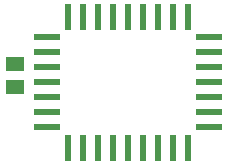
<source format=gtp>
G75*
%MOIN*%
%OFA0B0*%
%FSLAX25Y25*%
%IPPOS*%
%LPD*%
%AMOC8*
5,1,8,0,0,1.08239X$1,22.5*
%
%ADD10R,0.08661X0.02362*%
%ADD11R,0.02362X0.08661*%
%ADD12R,0.06299X0.05118*%
D10*
X0054760Y0036400D03*
X0054760Y0041400D03*
X0054760Y0046400D03*
X0054760Y0051400D03*
X0054760Y0056400D03*
X0054760Y0061400D03*
X0054760Y0066400D03*
X0108540Y0066400D03*
X0108540Y0061400D03*
X0108540Y0056400D03*
X0108540Y0051400D03*
X0108540Y0046400D03*
X0108540Y0041400D03*
X0108540Y0036400D03*
D11*
X0061650Y0029510D03*
X0066650Y0029510D03*
X0071650Y0029510D03*
X0076650Y0029510D03*
X0081650Y0029510D03*
X0086650Y0029510D03*
X0091650Y0029510D03*
X0096650Y0029510D03*
X0101650Y0029510D03*
X0101650Y0073290D03*
X0096650Y0073290D03*
X0091650Y0073290D03*
X0086650Y0073290D03*
X0081650Y0073290D03*
X0076650Y0073290D03*
X0071650Y0073290D03*
X0066650Y0073290D03*
X0061650Y0073290D03*
D12*
X0043900Y0057587D03*
X0043900Y0049713D03*
M02*

</source>
